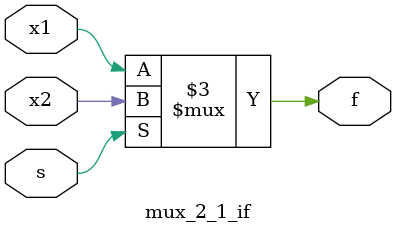
<source format=v>
module mux_2_1_if
(
input x1 ,
input x2 ,
input s,
output reg f
);
always@ (*)
begin
if(s)
f = x2;
else
f = x1;
end
endmodule

</source>
